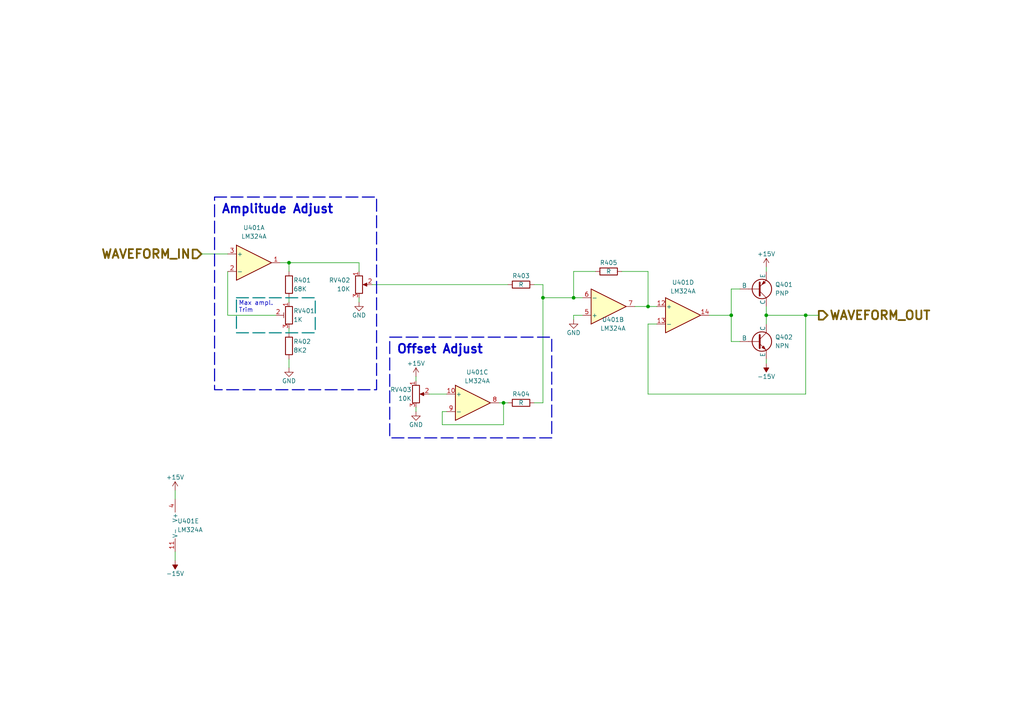
<source format=kicad_sch>
(kicad_sch (version 20230121) (generator eeschema)
  (paper "A4")
  (title_block (title "Triangle/Square/Sine Output Driver") (date "2024-02-24") (rev "0") (company "ZAM Industries, LLC") (comment 1 "Drawn by: Mark Vaughn") (comment 2 "ALL DIODES 1N4148 UNLESS OTHERWISE NOTED") (comment 3 "ALL BJTS 2N4401/2N4403 UNLESS OTHERWISE NOTED"))
  (lib_symbols
    (symbol "Amplifier_Operational:LM324A" (pin_names (offset 0.127))
      (property "Reference" "U" (at 0 5.08 0))
      (property "Value" "LM324A" (at 0 -5.08 0))
      (symbol "LM324A_1_1"
        (polyline (pts (xy -5.08 5.08) (xy 5.08 0) (xy -5.08 -5.08) (xy -5.08 5.08)) (stroke (width 0.254)) (fill (type background)))
        (pin output line (at 7.62 0 180) (length 2.54) (name "~") (number "1"))
        (pin input line (at -7.62 -2.54 0) (length 2.54) (name "-") (number "2"))
        (pin input line (at -7.62 2.54 0) (length 2.54) (name "+") (number "3"))
      )
      (symbol "LM324A_2_1"
        (polyline (pts (xy -5.08 5.08) (xy 5.08 0) (xy -5.08 -5.08) (xy -5.08 5.08)) (stroke (width 0.254)) (fill (type background)))
        (pin input line (at -7.62 2.54 0) (length 2.54) (name "+") (number "5"))
        (pin input line (at -7.62 -2.54 0) (length 2.54) (name "-") (number "6"))
        (pin output line (at 7.62 0 180) (length 2.54) (name "~") (number "7"))
      )
      (symbol "LM324A_3_1"
        (polyline (pts (xy -5.08 5.08) (xy 5.08 0) (xy -5.08 -5.08) (xy -5.08 5.08)) (stroke (width 0.254)) (fill (type background)))
        (pin input line (at -7.62 2.54 0) (length 2.54) (name "+") (number "10"))
        (pin output line (at 7.62 0 180) (length 2.54) (name "~") (number "8"))
        (pin input line (at -7.62 -2.54 0) (length 2.54) (name "-") (number "9"))
      )
      (symbol "LM324A_4_1"
        (polyline (pts (xy -5.08 5.08) (xy 5.08 0) (xy -5.08 -5.08) (xy -5.08 5.08)) (stroke (width 0.254)) (fill (type background)))
        (pin input line (at -7.62 2.54 0) (length 2.54) (name "+") (number "12"))
        (pin input line (at -7.62 -2.54 0) (length 2.54) (name "-") (number "13"))
        (pin output line (at 7.62 0 180) (length 2.54) (name "~") (number "14"))
      )
      (symbol "LM324A_5_1"
        (pin power_in line (at -2.54 -7.62 90) (length 3.81) (name "V-") (number "11"))
        (pin power_in line (at -2.54 7.62 270) (length 3.81) (name "V+") (number "4"))
      )
    )
    (symbol "Device:R" (pin_numbers hide) (pin_names (offset 0))
      (property "Reference" "R" (at 2.032 0 90))
      (property "Value" "R" (at 0 0 90))
      (symbol "R_0_1"
        (rectangle (start -1.016 -2.54) (end 1.016 2.54) (stroke (width 0.254)))
      )
      (symbol "R_1_1"
        (pin passive line (at 0 3.81 270) (length 1.27) (name "~") (number "1"))
        (pin passive line (at 0 -3.81 90) (length 1.27) (name "~") (number "2"))
      )
    )
    (symbol "Device:R_Potentiometer" (pin_names (offset 1.016) hide)
      (property "Reference" "RV" (at -4.445 0 90))
      (property "Value" "R_Potentiometer" (at -2.54 0 90))
      (symbol "R_Potentiometer_0_1"
        (polyline (pts (xy 2.54 0) (xy 1.524 0)))
        (polyline (pts (xy 1.143 0) (xy 2.286 0.508) (xy 2.286 -0.508) (xy 1.143 0)) (fill (type outline)))
        (rectangle (start 1.016 2.54) (end -1.016 -2.54) (stroke (width 0.254)))
      )
      (symbol "R_Potentiometer_1_1"
        (pin passive line (at 0 3.81 270) (length 1.27) (name "1") (number "1"))
        (pin passive line (at 3.81 0 180) (length 1.27) (name "2") (number "2"))
        (pin passive line (at 0 -3.81 90) (length 1.27) (name "3") (number "3"))
      )
    )
    (symbol "Device:R_Potentiometer_Trim" (pin_names (offset 1.016) hide)
      (property "Reference" "RV" (at -4.445 0 90))
      (property "Value" "R_Potentiometer_Trim" (at -2.54 0 90))
      (symbol "R_Potentiometer_Trim_0_1"
        (polyline (pts (xy 1.524 0.762) (xy 1.524 -0.762)))
        (polyline (pts (xy 2.54 0) (xy 1.524 0)))
        (rectangle (start 1.016 2.54) (end -1.016 -2.54) (stroke (width 0.254)))
      )
      (symbol "R_Potentiometer_Trim_1_1"
        (pin passive line (at 0 3.81 270) (length 1.27) (name "1") (number "1"))
        (pin passive line (at 3.81 0 180) (length 1.27) (name "2") (number "2"))
        (pin passive line (at 0 -3.81 90) (length 1.27) (name "3") (number "3"))
      )
    )
    (symbol "Simulation_SPICE:NPN" (pin_numbers hide) (pin_names (offset 0))
      (property "Reference" "Q" (at -2.54 7.62 0))
      (property "Value" "NPN" (at -2.54 5.08 0))
      (symbol "NPN_0_1"
        (polyline (pts (xy -2.54 0) (xy 0.635 0)) (stroke (width 0.1524)))
        (polyline (pts (xy 0.635 0.635) (xy 2.54 2.54)))
        (polyline (pts (xy 2.794 -1.27) (xy 2.794 -1.27)) (stroke (width 0.1524)))
        (polyline (pts (xy 2.794 -1.27) (xy 2.794 -1.27)) (stroke (width 0.1524)))
        (polyline (pts (xy 0.635 -0.635) (xy 2.54 -2.54) (xy 2.54 -2.54)))
        (polyline (pts (xy 0.635 1.905) (xy 0.635 -1.905) (xy 0.635 -1.905)) (stroke (width 0.508)))
        (polyline (pts (xy 1.27 -1.778) (xy 1.778 -1.27) (xy 2.286 -2.286) (xy 1.27 -1.778) (xy 1.27 -1.778)) (fill (type outline)))
        (circle (center 1.27 0) (radius 2.8194) (stroke (width 0.254)))
      )
      (symbol "NPN_1_1"
        (pin open_collector line (at 2.54 5.08 270) (length 2.54) (name "C") (number "1"))
        (pin input line (at -5.08 0 0) (length 2.54) (name "B") (number "2"))
        (pin open_emitter line (at 2.54 -5.08 90) (length 2.54) (name "E") (number "3"))
      )
    )
    (symbol "Simulation_SPICE:PNP" (pin_numbers hide) (pin_names (offset 0))
      (property "Reference" "Q" (at -2.54 7.62 0))
      (property "Value" "PNP" (at -2.54 5.08 0))
      (symbol "PNP_0_1"
        (polyline (pts (xy -2.54 0) (xy 0.635 0)) (stroke (width 0.1524)))
        (polyline (pts (xy 0.635 0.635) (xy 2.54 2.54)))
        (polyline (pts (xy 0.635 -0.635) (xy 2.54 -2.54) (xy 2.54 -2.54)))
        (polyline (pts (xy 0.635 1.905) (xy 0.635 -1.905) (xy 0.635 -1.905)) (stroke (width 0.508)))
        (polyline (pts (xy 2.286 -1.778) (xy 1.778 -2.286) (xy 1.27 -1.27) (xy 2.286 -1.778) (xy 2.286 -1.778)) (fill (type outline)))
        (circle (center 1.27 0) (radius 2.8194) (stroke (width 0.254)))
      )
      (symbol "PNP_1_1"
        (pin open_collector line (at 2.54 5.08 270) (length 2.54) (name "C") (number "1"))
        (pin input line (at -5.08 0 0) (length 2.54) (name "B") (number "2"))
        (pin open_emitter line (at 2.54 -5.08 90) (length 2.54) (name "E") (number "3"))
      )
    )
    (symbol "power:+15V" (power) (pin_names (offset 0))
      (property "Value" "+15V" (at 0 3.556 0))
      (symbol "+15V_0_1"
        (polyline (pts (xy -0.762 1.27) (xy 0 2.54)))
        (polyline (pts (xy 0 0) (xy 0 2.54)))
        (polyline (pts (xy 0 2.54) (xy 0.762 1.27)))
      )
      (symbol "+15V_1_1"
        (pin power_in line (at 0 0 90) (length 0) hide (name "+15V") (number "1"))
      )
    )
    (symbol "power:-15V" (power) (pin_names (offset 0))
      (property "Value" "-15V" (at 0 3.81 0))
      (symbol "-15V_0_0"
        (pin power_in line (at 0 0 90) (length 0) hide (name "-15V") (number "1"))
      )
      (symbol "-15V_0_1"
        (polyline (pts (xy 0 0) (xy 0 1.27) (xy 0.762 1.27) (xy 0 2.54) (xy -0.762 1.27) (xy 0 1.27)) (fill (type outline)))
      )
    )
    (symbol "power:GND" (power) (pin_names (offset 0))
      (property "Value" "GND" (at 0 -3.81 0))
      (symbol "GND_0_1"
        (polyline (pts (xy 0 0) (xy 0 -1.27) (xy 1.27 -1.27) (xy 0 -2.54) (xy -1.27 -1.27) (xy 0 -1.27)))
      )
      (symbol "GND_1_1"
        (pin power_in line (at 0 0 270) (length 0) hide (name "GND") (number "1"))
      )
    )
  )
  (junction (at 222.25 91.44))
  (junction (at 146.05 116.84))
  (junction (at 166.37 86.36))
  (junction (at 187.96 88.9))
  (junction (at 83.82 76.2))
  (junction (at 233.68 91.44))
  (junction (at 212.09 91.44))
  (junction (at 157.48 86.36))
  (wire (pts (xy 107.95 82.55) (xy 147.32 82.55)))
  (wire (pts (xy 222.25 91.44) (xy 222.25 93.98)))
  (wire (pts (xy 81.28 76.2) (xy 83.82 76.2)))
  (wire (pts (xy 128.27 123.19) (xy 146.05 123.19)))
  (wire (pts (xy 233.68 91.44) (xy 233.68 114.3)))
  (wire (pts (xy 50.8 142.24) (xy 50.8 144.78)))
  (wire (pts (xy 212.09 83.82) (xy 212.09 91.44)))
  (wire (pts (xy 187.96 114.3) (xy 233.68 114.3)))
  (wire (pts (xy 222.25 104.14) (xy 222.25 105.41)))
  (wire (pts (xy 83.82 86.36) (xy 83.82 87.63)))
  (wire (pts (xy 157.48 86.36) (xy 166.37 86.36)))
  (wire (pts (xy 120.65 109.22) (xy 120.65 110.49)))
  (wire (pts (xy 120.65 119.38) (xy 120.65 118.11)))
  (wire (pts (xy 180.34 78.74) (xy 187.96 78.74)))
  (wire (pts (xy 166.37 78.74) (xy 172.72 78.74)))
  (wire (pts (xy 187.96 93.98) (xy 187.96 114.3)))
  (wire (pts (xy 166.37 78.74) (xy 166.37 86.36)))
  (wire (pts (xy 184.15 88.9) (xy 187.96 88.9)))
  (wire (pts (xy 187.96 88.9) (xy 190.5 88.9)))
  (wire (pts (xy 104.14 87.63) (xy 104.14 86.36)))
  (wire (pts (xy 212.09 91.44) (xy 212.09 99.06)))
  (wire (pts (xy 83.82 95.25) (xy 83.82 96.52)))
  (wire (pts (xy 187.96 78.74) (xy 187.96 88.9)))
  (wire (pts (xy 50.8 160.02) (xy 50.8 162.56)))
  (wire (pts (xy 58.42 73.66) (xy 66.04 73.66)))
  (wire (pts (xy 205.74 91.44) (xy 212.09 91.44)))
  (wire (pts (xy 154.94 82.55) (xy 157.48 82.55)))
  (wire (pts (xy 128.27 119.38) (xy 128.27 123.19)))
  (wire (pts (xy 222.25 88.9) (xy 222.25 91.44)))
  (wire (pts (xy 222.25 91.44) (xy 233.68 91.44)))
  (wire (pts (xy 146.05 116.84) (xy 147.32 116.84)))
  (wire (pts (xy 128.27 119.38) (xy 129.54 119.38)))
  (wire (pts (xy 157.48 86.36) (xy 157.48 116.84)))
  (wire (pts (xy 146.05 116.84) (xy 146.05 123.19)))
  (wire (pts (xy 154.94 116.84) (xy 157.48 116.84)))
  (wire (pts (xy 222.25 77.47) (xy 222.25 78.74)))
  (wire (pts (xy 104.14 76.2) (xy 104.14 78.74)))
  (wire (pts (xy 157.48 82.55) (xy 157.48 86.36)))
  (wire (pts (xy 124.46 114.3) (xy 129.54 114.3)))
  (wire (pts (xy 233.68 91.44) (xy 237.49 91.44)))
  (wire (pts (xy 83.82 76.2) (xy 104.14 76.2)))
  (wire (pts (xy 144.78 116.84) (xy 146.05 116.84)))
  (wire (pts (xy 187.96 93.98) (xy 190.5 93.98)))
  (wire (pts (xy 166.37 86.36) (xy 168.91 86.36)))
  (wire (pts (xy 83.82 106.68) (xy 83.82 104.14)))
  (wire (pts (xy 166.37 91.44) (xy 168.91 91.44)))
  (wire (pts (xy 66.04 78.74) (xy 66.04 91.44)))
  (wire (pts (xy 212.09 83.82) (xy 214.63 83.82)))
  (wire (pts (xy 212.09 99.06) (xy 214.63 99.06)))
  (wire (pts (xy 166.37 91.44) (xy 166.37 92.71)))
  (wire (pts (xy 83.82 78.74) (xy 83.82 76.2)))
  (wire (pts (xy 66.04 91.44) (xy 80.01 91.44)))
  (rectangle (start 113.03 97.79) (end 160.02 127) (stroke (width 0.3175) (type dash)))
  (rectangle (start 62.23 57.15) (end 109.22 113.03) (stroke (width 0.3175) (type dash)))
  (rectangle (start 68.58 86.36) (end 91.44 96.52) (stroke (width 0.3175) (type dash) (color 0 132 132 1)))
  (text "Offset Adjust" (at 114.935 102.87 0) (effects (font (size 2.54 2.54) (thickness 0.508) bold) (justify left bottom)))
  (text "Max ampl.\nTrim" (at 69.215 90.805 0) (effects (font (size 1.27 1.27)) (justify left bottom)))
  (text "Amplitude Adjust" (at 64.135 62.23 0) (effects (font (size 2.54 2.54) (thickness 0.508) bold) (justify left bottom)))
  (hierarchical_label "WAVEFORM_IN" (shape input) (at 58.42 73.66 180) (effects (font (size 2.54 2.54) (thickness 0.508) bold)))
  (hierarchical_label "WAVEFORM_OUT" (shape output) (at 237.49 91.44 0) (effects (font (size 2.54 2.54) (thickness 0.508) bold)))
  (symbol (lib_id "power:GND") (at 120.65 119.38 0) (unit 1)
    (property "Reference" "#PWR0204" (effects hide))
    (property "Value" "GND" (at 120.65 123.19 0))
    (instances (project "Lab06" (path "" (reference "#PWR0406") (unit 1))))
  )
  (symbol (lib_id "Device:R") (at 151.13 116.84 90) (unit 1)
    (property "Reference" "R201" (at 151.13 114.3 90))
    (property "Value" "R" (at 151.13 116.84 90))
    (instances (project "Lab06" (path "" (reference "R404") (unit 1))))
  )
  (symbol (lib_id "Device:R_Potentiometer_Trim") (at 83.82 91.44 0) (mirror y) (unit 1)
    (property "Reference" "RV201" (at 85.09 90.17 0) (effects (justify right)))
    (property "Value" "1K" (at 85.09 92.71 0) (effects (justify right)))
    (instances (project "Lab06" (path "" (reference "RV401") (unit 1))))
  )
  (symbol (lib_id "power:GND") (at 166.37 92.71 0) (unit 1)
    (property "Reference" "#PWR0208" (effects hide))
    (property "Value" "GND" (at 166.37 96.52 0))
    (instances (project "Lab06" (path "" (reference "#PWR0407") (unit 1))))
  )
  (symbol (lib_id "power:-15V") (at 50.8 162.56 0) (mirror x) (unit 1)
    (property "Reference" "#PWR02" (effects hide))
    (property "Value" "-15V" (at 50.8 166.37 0))
    (instances (project "Lab06" (path "" (reference "#PWR02") (unit 1)) (path "" (reference "#PWR0402") (unit 1))))
  )
  (symbol (lib_id "Simulation_SPICE:NPN") (at 219.71 99.06 0) (unit 1)
    (property "Reference" "Q202" (at 224.79 97.79 0) (effects (justify left)))
    (property "Value" "NPN" (at 224.79 100.33 0) (effects (justify left)))
    (property "Sim.Device" "NPN" (effects hide))
    (property "Sim.Type" "GUMMELPOON" (effects hide))
    (property "Sim.Pins" "1=C 2=B 3=E" (effects hide))
    (instances (project "Lab06" (path "" (reference "Q402") (unit 1))))
  )
  (symbol (lib_id "power:GND") (at 83.82 106.68 0) (unit 1)
    (property "Reference" "#PWR0208" (effects hide))
    (property "Value" "GND" (at 83.82 110.49 0))
    (instances (project "Lab06" (path "" (reference "#PWR0403") (unit 1))))
  )
  (symbol (lib_id "Amplifier_Operational:LM324A") (at 198.12 91.44 0) (unit 4)
    (property "Reference" "U401" (at 198.12 81.915 0))
    (property "Value" "LM324A" (at 198.12 84.455 0))
    (property "Datasheet" "http://www.ti.com/lit/ds/symlink/lm2902-n.pdf" (effects hide))
  )
  (symbol (lib_id "Device:R_Potentiometer") (at 104.14 82.55 0) (unit 1)
    (property "Reference" "RV201" (at 101.6 81.28 0) (effects (justify right)))
    (property "Value" "10K" (at 101.6 83.82 0) (effects (justify right)))
    (instances (project "Lab06" (path "" (reference "RV402") (unit 1))))
  )
  (symbol (lib_id "Device:R") (at 151.13 82.55 90) (unit 1)
    (property "Reference" "R201" (at 151.13 80.01 90))
    (property "Value" "R" (at 151.13 82.55 90))
    (instances (project "Lab06" (path "" (reference "R403") (unit 1))))
  )
  (symbol (lib_id "power:+15V") (at 222.25 77.47 0) (unit 1)
    (property "Reference" "#PWR01" (effects hide))
    (property "Value" "+15V" (at 222.25 73.66 0))
    (instances (project "Lab06" (path "" (reference "#PWR01") (unit 1)) (path "" (reference "#PWR0408") (unit 1))))
  )
  (symbol (lib_id "Device:R") (at 83.82 82.55 0) (unit 1)
    (property "Reference" "R4" (at 85.09 81.28 0) (effects (justify left)))
    (property "Value" "68K" (at 85.09 83.82 0) (effects (justify left)))
    (instances (project "Lab06" (path "" (reference "R401") (unit 1))))
  )
  (symbol (lib_id "power:-15V") (at 222.25 105.41 0) (mirror x) (unit 1)
    (property "Reference" "#PWR02" (effects hide))
    (property "Value" "-15V" (at 222.25 109.22 0))
    (instances (project "Lab06" (path "" (reference "#PWR02") (unit 1)) (path "" (reference "#PWR0409") (unit 1))))
  )
  (symbol (lib_id "power:GND") (at 104.14 87.63 0) (unit 1)
    (property "Reference" "#PWR0204" (effects hide))
    (property "Value" "GND" (at 104.14 91.44 0))
    (instances (project "Lab06" (path "" (reference "#PWR0404") (unit 1))))
  )
  (symbol (lib_id "Device:R_Potentiometer") (at 120.65 114.3 0) (unit 1)
    (property "Reference" "RV201" (at 119.38 113.03 0) (effects (justify right)))
    (property "Value" "10K" (at 119.38 115.57 0) (effects (justify right)))
    (instances (project "Lab06" (path "" (reference "RV403") (unit 1))))
  )
  (symbol (lib_id "Amplifier_Operational:LM324A") (at 53.34 152.4 0) (unit 5)
    (property "Reference" "U401" (at 51.435 151.13 0) (effects (justify left)))
    (property "Value" "LM324A" (at 51.435 153.67 0) (effects (justify left)))
    (property "Datasheet" "http://www.ti.com/lit/ds/symlink/lm2902-n.pdf" (effects hide))
  )
  (symbol (lib_id "Amplifier_Operational:LM324A") (at 137.16 116.84 0) (unit 3)
    (property "Reference" "U401" (at 138.43 107.95 0))
    (property "Value" "LM324A" (at 138.43 110.49 0))
    (property "Datasheet" "http://www.ti.com/lit/ds/symlink/lm2902-n.pdf" (effects hide))
  )
  (symbol (lib_id "power:+15V") (at 50.8 142.24 0) (unit 1)
    (property "Reference" "#PWR01" (effects hide))
    (property "Value" "+15V" (at 50.8 138.43 0))
    (instances (project "Lab06" (path "" (reference "#PWR01") (unit 1)) (path "" (reference "#PWR0401") (unit 1))))
  )
  (symbol (lib_id "Amplifier_Operational:LM324A") (at 176.53 88.9 0) (mirror x) (unit 2)
    (property "Reference" "U401" (at 177.8 92.71 0))
    (property "Value" "LM324A" (at 177.8 95.25 0))
    (property "Datasheet" "http://www.ti.com/lit/ds/symlink/lm2902-n.pdf" (effects hide))
  )
  (symbol (lib_id "Simulation_SPICE:PNP") (at 219.71 83.82 0) (mirror x) (unit 1)
    (property "Reference" "Q201" (at 224.79 82.55 0) (effects (justify left)))
    (property "Value" "PNP" (at 224.79 85.09 0) (effects (justify left)))
    (property "Sim.Device" "PNP" (effects hide))
    (property "Sim.Type" "GUMMELPOON" (effects hide))
    (property "Sim.Pins" "1=C 2=B 3=E" (effects hide))
    (instances (project "Lab06" (path "" (reference "Q401") (unit 1))))
  )
  (symbol (lib_id "Amplifier_Operational:LM324A") (at 73.66 76.2 0) (unit 1)
    (property "Reference" "U401" (at 73.66 66.04 0))
    (property "Value" "LM324A" (at 73.66 68.58 0))
    (property "Datasheet" "http://www.ti.com/lit/ds/symlink/lm2902-n.pdf" (effects hide))
  )
  (symbol (lib_id "Device:R") (at 176.53 78.74 90) (unit 1)
    (property "Reference" "R201" (at 176.53 76.2 90))
    (property "Value" "R" (at 176.53 78.74 90))
    (instances (project "Lab06" (path "" (reference "R405") (unit 1))))
  )
  (symbol (lib_id "power:+15V") (at 120.65 109.22 0) (unit 1)
    (property "Reference" "#PWR01" (effects hide))
    (property "Value" "+15V" (at 120.65 105.41 0))
    (instances (project "Lab06" (path "" (reference "#PWR01") (unit 1)) (path "" (reference "#PWR0405") (unit 1))))
  )
  (symbol (lib_id "Device:R") (at 83.82 100.33 0) (unit 1)
    (property "Reference" "R4" (at 85.09 99.06 0) (effects (justify left)))
    (property "Value" "8K2" (at 85.09 101.6 0) (effects (justify left)))
    (instances (project "Lab06" (path "" (reference "R402") (unit 1))))
  )
)
</source>
